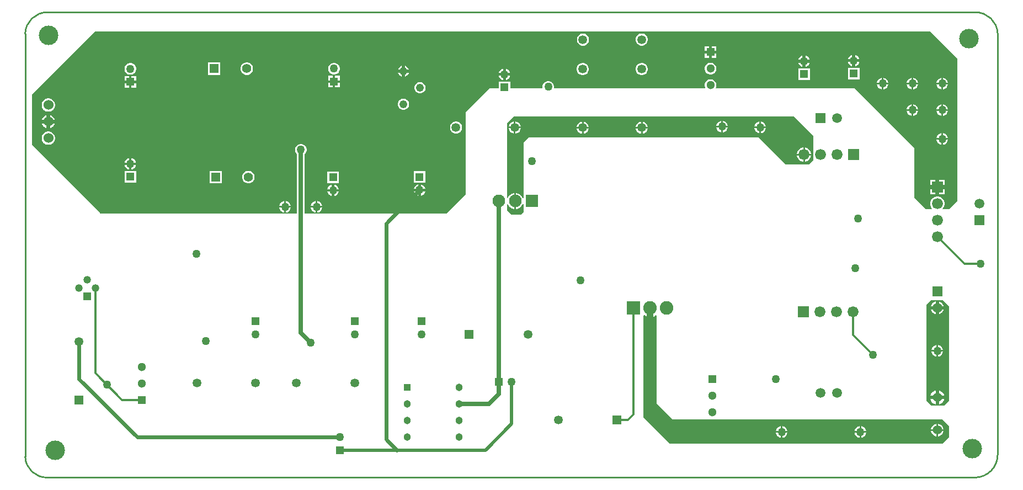
<source format=gbr>
%TF.GenerationSoftware,Altium Limited,Altium Designer,21.2.2 (38)*%
G04 Layer_Physical_Order=1*
G04 Layer_Color=255*
%FSLAX26Y26*%
%MOIN*%
%TF.SameCoordinates,77551777-079B-400F-9D4E-00EB0A9A3649*%
%TF.FilePolarity,Positive*%
%TF.FileFunction,Copper,L1,Top,Signal*%
%TF.Part,Single*%
G01*
G75*
%TA.AperFunction,NonConductor*%
%ADD10C,0.010000*%
%TA.AperFunction,Conductor*%
%ADD11C,0.012000*%
%ADD12C,0.025000*%
%ADD13C,0.020000*%
%ADD14C,0.022000*%
%TA.AperFunction,ComponentPad*%
%ADD15R,0.050197X0.050197*%
%ADD16C,0.050197*%
%ADD17C,0.076181*%
%ADD18R,0.076181X0.076181*%
%ADD19R,0.051181X0.051181*%
%ADD20C,0.051181*%
%ADD21C,0.059055*%
%ADD22R,0.059055X0.059055*%
%ADD23R,0.055118X0.055118*%
%ADD24C,0.055118*%
%ADD25C,0.060000*%
%ADD26C,0.046535*%
%ADD27R,0.046535X0.046535*%
%ADD28C,0.053150*%
%ADD29R,0.053150X0.053150*%
%ADD30R,0.053150X0.053150*%
%ADD31R,0.050197X0.050197*%
%ADD32C,0.044606*%
%ADD33R,0.044606X0.044606*%
%ADD34C,0.066142*%
%ADD35R,0.066142X0.066142*%
%ADD36R,0.066142X0.066142*%
%ADD37R,0.059055X0.059055*%
%ADD38C,0.082087*%
%ADD39R,0.082087X0.082087*%
%ADD40C,0.048425*%
%TA.AperFunction,ViaPad*%
%ADD41C,0.050000*%
%ADD42C,0.118110*%
G36*
X6800000Y4060000D02*
Y3910000D01*
X6775000Y3885000D01*
X6635000D01*
X6470000Y4050000D01*
X5105000D01*
X5080000Y4050000D01*
X5050000Y4020000D01*
X5050000Y3683524D01*
X5045000Y3682865D01*
X5044813Y3683562D01*
X5038482Y3694528D01*
X5029528Y3703482D01*
X5018562Y3709813D01*
X5006331Y3713090D01*
X5005000D01*
Y3665000D01*
Y3616910D01*
X5006331D01*
X5018562Y3620187D01*
X5029528Y3626518D01*
X5038482Y3635472D01*
X5044813Y3646438D01*
X5045000Y3647135D01*
X5050000Y3646476D01*
Y3600000D01*
X5033051Y3583051D01*
X4976949D01*
X4950000Y3610000D01*
Y3646477D01*
X4955000Y3647135D01*
X4955187Y3646438D01*
X4961518Y3635472D01*
X4970472Y3626518D01*
X4981438Y3620187D01*
X4993669Y3616910D01*
X4995000D01*
Y3665000D01*
Y3713090D01*
X4993669D01*
X4981438Y3709813D01*
X4970472Y3703482D01*
X4961518Y3694528D01*
X4955187Y3683562D01*
X4955000Y3682865D01*
X4950000Y3683523D01*
Y4135000D01*
X4990000Y4175000D01*
X6685000D01*
X6800000Y4060000D01*
D02*
G37*
G36*
X7670000Y4525000D02*
Y3665000D01*
X7620000Y3615000D01*
X7582983D01*
X7580911Y3620000D01*
X7584465Y3623554D01*
X7590136Y3633375D01*
X7593071Y3644330D01*
Y3655670D01*
X7590136Y3666625D01*
X7584465Y3676446D01*
X7576446Y3684465D01*
X7566625Y3690136D01*
X7555670Y3693071D01*
X7544330D01*
X7533375Y3690136D01*
X7523554Y3684465D01*
X7515535Y3676446D01*
X7509864Y3666625D01*
X7506929Y3655670D01*
Y3644330D01*
X7509864Y3633375D01*
X7515535Y3623554D01*
X7519089Y3620000D01*
X7517017Y3615000D01*
X7480000D01*
X7410000Y3685000D01*
Y3985000D01*
X7050000Y4345000D01*
X6214549D01*
X6212049Y4349330D01*
X6213165Y4351263D01*
X6215591Y4360314D01*
Y4369686D01*
X6213165Y4378737D01*
X6208480Y4386853D01*
X6201853Y4393480D01*
X6193737Y4398165D01*
X6184686Y4400591D01*
X6175314D01*
X6166263Y4398165D01*
X6158147Y4393480D01*
X6151520Y4386853D01*
X6146835Y4378737D01*
X6144409Y4369686D01*
Y4360314D01*
X6146835Y4351263D01*
X6147951Y4349330D01*
X6145451Y4345000D01*
X5237662Y4345000D01*
X5234618Y4348967D01*
X5235000Y4350392D01*
Y4359608D01*
X5232615Y4368510D01*
X5228007Y4376490D01*
X5221490Y4383007D01*
X5213510Y4387615D01*
X5204608Y4390000D01*
X5195392D01*
X5186490Y4387615D01*
X5178510Y4383007D01*
X5171993Y4376490D01*
X5167385Y4368510D01*
X5165000Y4359608D01*
Y4350392D01*
X5165382Y4348967D01*
X5162338Y4345000D01*
X4970648D01*
Y4386550D01*
X4900451D01*
Y4345000D01*
X4845000D01*
X4700000Y4200000D01*
Y3705000D01*
X4585000Y3590000D01*
X3727941D01*
Y3948443D01*
X3733007Y3953510D01*
X3737615Y3961490D01*
X3740000Y3970392D01*
Y3979608D01*
X3737615Y3988510D01*
X3733007Y3996490D01*
X3726490Y4003007D01*
X3718510Y4007615D01*
X3709608Y4010000D01*
X3700392D01*
X3691490Y4007615D01*
X3683510Y4003007D01*
X3676993Y3996490D01*
X3672385Y3988510D01*
X3670000Y3979608D01*
Y3970392D01*
X3672385Y3961490D01*
X3676993Y3953510D01*
X3682059Y3948443D01*
Y3590000D01*
X2495000D01*
X2080000Y4005000D01*
Y4310000D01*
X2460000Y4690000D01*
X7505000D01*
X7670000Y4525000D01*
D02*
G37*
G36*
X5835000Y2967339D02*
X5836632Y2967776D01*
X5849411Y2975154D01*
X5850381Y2976123D01*
X5855000Y2974210D01*
X5854999Y2440000D01*
X5950001Y2345000D01*
X7580000Y2345000D01*
X7620000Y2305000D01*
X7620000Y2240000D01*
X7580000Y2200000D01*
X5935000Y2200000D01*
X5775000Y2360000D01*
X5775000Y2974210D01*
X5779619Y2976123D01*
X5780589Y2975154D01*
X5793368Y2967776D01*
X5795000Y2967339D01*
Y3020000D01*
X5835000D01*
Y2967339D01*
D02*
G37*
G36*
X7620000Y3030000D02*
Y2460000D01*
X7590000Y2430000D01*
X7515000D01*
X7485000Y2460000D01*
Y3040000D01*
X7510000Y3065000D01*
X7585000D01*
X7620000Y3030000D01*
D02*
G37*
%LPC*%
G36*
X6255000Y4149895D02*
Y4120000D01*
X6284895D01*
X6282615Y4128510D01*
X6278007Y4136490D01*
X6271490Y4143007D01*
X6263510Y4147615D01*
X6255000Y4149895D01*
D02*
G37*
G36*
X6245000D02*
X6236490Y4147615D01*
X6228510Y4143007D01*
X6221993Y4136490D01*
X6217385Y4128510D01*
X6215105Y4120000D01*
X6245000D01*
Y4149895D01*
D02*
G37*
G36*
X5002166Y4146525D02*
Y4115000D01*
X5033691D01*
X5031248Y4124117D01*
X5026432Y4132458D01*
X5019623Y4139267D01*
X5011283Y4144082D01*
X5002166Y4146525D01*
D02*
G37*
G36*
X6485000Y4144895D02*
Y4115000D01*
X6514895D01*
X6512615Y4123510D01*
X6508007Y4131490D01*
X6501490Y4138007D01*
X6493510Y4142615D01*
X6485000Y4144895D01*
D02*
G37*
G36*
X6475000D02*
X6466490Y4142615D01*
X6458510Y4138007D01*
X6451993Y4131490D01*
X6447385Y4123510D01*
X6445105Y4115000D01*
X6475000D01*
Y4144895D01*
D02*
G37*
G36*
X4992166Y4146525D02*
X4983048Y4144082D01*
X4974708Y4139267D01*
X4967898Y4132458D01*
X4963083Y4124117D01*
X4960640Y4115000D01*
X4992166D01*
Y4146525D01*
D02*
G37*
G36*
X5770000Y4144360D02*
Y4112834D01*
X5801525D01*
X5799082Y4121952D01*
X5794267Y4130292D01*
X5787458Y4137102D01*
X5779117Y4141917D01*
X5770000Y4144360D01*
D02*
G37*
G36*
X5413108D02*
Y4112834D01*
X5444633D01*
X5442190Y4121952D01*
X5437375Y4130292D01*
X5430565Y4137102D01*
X5422225Y4141917D01*
X5413108Y4144360D01*
D02*
G37*
G36*
X5760000Y4144360D02*
X5750883Y4141917D01*
X5742542Y4137102D01*
X5735733Y4130292D01*
X5730918Y4121952D01*
X5728475Y4112834D01*
X5760000D01*
Y4144360D01*
D02*
G37*
G36*
X5403108D02*
X5393991Y4141917D01*
X5385650Y4137102D01*
X5378841Y4130292D01*
X5374026Y4121952D01*
X5371583Y4112834D01*
X5403108D01*
Y4144360D01*
D02*
G37*
G36*
X6284895Y4110000D02*
X6255000D01*
Y4080105D01*
X6263510Y4082385D01*
X6271490Y4086993D01*
X6278007Y4093510D01*
X6282615Y4101490D01*
X6284895Y4110000D01*
D02*
G37*
G36*
X6245000D02*
X6215105D01*
X6217385Y4101490D01*
X6221993Y4093510D01*
X6228510Y4086993D01*
X6236490Y4082385D01*
X6245000Y4080105D01*
Y4110000D01*
D02*
G37*
G36*
X6514895Y4105000D02*
X6485000D01*
Y4075105D01*
X6493510Y4077385D01*
X6501490Y4081993D01*
X6508007Y4088510D01*
X6512615Y4096490D01*
X6514895Y4105000D01*
D02*
G37*
G36*
X6475000D02*
X6445105D01*
X6447385Y4096490D01*
X6451993Y4088510D01*
X6458510Y4081993D01*
X6466490Y4077385D01*
X6475000Y4075105D01*
Y4105000D01*
D02*
G37*
G36*
X5033691D02*
X5002166D01*
Y4073475D01*
X5011283Y4075918D01*
X5019623Y4080733D01*
X5026432Y4087543D01*
X5031248Y4095883D01*
X5033691Y4105000D01*
D02*
G37*
G36*
X4992166D02*
X4960640D01*
X4963083Y4095883D01*
X4967898Y4087543D01*
X4974708Y4080733D01*
X4983048Y4075918D01*
X4992166Y4073475D01*
Y4105000D01*
D02*
G37*
G36*
X5801525Y4102834D02*
X5770000D01*
Y4071309D01*
X5779117Y4073752D01*
X5787458Y4078568D01*
X5794267Y4085377D01*
X5799082Y4093717D01*
X5801525Y4102834D01*
D02*
G37*
G36*
X5444633D02*
X5413108D01*
Y4071309D01*
X5422225Y4073752D01*
X5430565Y4078568D01*
X5437375Y4085377D01*
X5442190Y4093717D01*
X5444633Y4102834D01*
D02*
G37*
G36*
X5760000D02*
X5728475D01*
X5730918Y4093717D01*
X5735733Y4085377D01*
X5742542Y4078568D01*
X5750883Y4073752D01*
X5760000Y4071309D01*
Y4102834D01*
D02*
G37*
G36*
X5403108D02*
X5371583D01*
X5374026Y4093717D01*
X5378841Y4085377D01*
X5385650Y4078568D01*
X5393991Y4073752D01*
X5403108Y4071309D01*
Y4102834D01*
D02*
G37*
G36*
X6750670Y3988071D02*
X6750000D01*
Y3950000D01*
X6788071D01*
Y3950670D01*
X6785136Y3961625D01*
X6779465Y3971446D01*
X6771446Y3979465D01*
X6761625Y3985136D01*
X6750670Y3988071D01*
D02*
G37*
G36*
X6740000D02*
X6739330D01*
X6728375Y3985136D01*
X6718554Y3979465D01*
X6710535Y3971446D01*
X6704864Y3961625D01*
X6701929Y3950670D01*
Y3950000D01*
X6740000D01*
Y3988071D01*
D02*
G37*
G36*
X6788071Y3940000D02*
X6750000D01*
Y3901929D01*
X6750670D01*
X6761625Y3904864D01*
X6771446Y3910535D01*
X6779465Y3918554D01*
X6785136Y3928375D01*
X6788071Y3939330D01*
Y3940000D01*
D02*
G37*
G36*
X6740000D02*
X6701929D01*
Y3939330D01*
X6704864Y3928375D01*
X6710535Y3918554D01*
X6718554Y3910535D01*
X6728375Y3904864D01*
X6739330Y3901929D01*
X6740000D01*
Y3940000D01*
D02*
G37*
G36*
X5768601Y4677153D02*
X5758971D01*
X5749669Y4674661D01*
X5741329Y4669846D01*
X5734519Y4663036D01*
X5729704Y4654696D01*
X5727211Y4645394D01*
Y4635763D01*
X5729704Y4626461D01*
X5734519Y4618121D01*
X5741329Y4611311D01*
X5749669Y4606496D01*
X5758971Y4604004D01*
X5768601D01*
X5777904Y4606496D01*
X5786244Y4611311D01*
X5793053Y4618121D01*
X5797868Y4626461D01*
X5800361Y4635763D01*
Y4645394D01*
X5797868Y4654696D01*
X5793053Y4663036D01*
X5786244Y4669846D01*
X5777904Y4674661D01*
X5768601Y4677153D01*
D02*
G37*
G36*
X5414271D02*
X5404640D01*
X5395338Y4674661D01*
X5386998Y4669846D01*
X5380188Y4663036D01*
X5375373Y4654696D01*
X5372881Y4645394D01*
Y4635763D01*
X5375373Y4626461D01*
X5380188Y4618121D01*
X5386998Y4611311D01*
X5395338Y4606496D01*
X5404640Y4604004D01*
X5414271D01*
X5423573Y4606496D01*
X5431913Y4611311D01*
X5438722Y4618121D01*
X5443538Y4626461D01*
X5446030Y4635763D01*
Y4645394D01*
X5443538Y4654696D01*
X5438722Y4663036D01*
X5431913Y4669846D01*
X5423573Y4674661D01*
X5414271Y4677153D01*
D02*
G37*
G36*
X6215591Y4600591D02*
X6189000D01*
Y4574000D01*
X6215591D01*
Y4600591D01*
D02*
G37*
G36*
X6171000D02*
X6144409D01*
Y4574000D01*
X6171000D01*
Y4600591D01*
D02*
G37*
G36*
X6215591Y4556000D02*
X6189000D01*
Y4529409D01*
X6215591D01*
Y4556000D01*
D02*
G37*
G36*
X6171000D02*
X6144409D01*
Y4529409D01*
X6171000D01*
Y4556000D01*
D02*
G37*
G36*
X7054000Y4547665D02*
Y4522740D01*
X7078925D01*
X7077707Y4527288D01*
X7073086Y4535291D01*
X7066551Y4541826D01*
X7058547Y4546447D01*
X7054000Y4547665D01*
D02*
G37*
G36*
X7036000Y4547665D02*
X7031453Y4546447D01*
X7023449Y4541826D01*
X7016914Y4535291D01*
X7012293Y4527288D01*
X7011075Y4522740D01*
X7036000D01*
Y4547665D01*
D02*
G37*
G36*
X6754000Y4543925D02*
Y4519000D01*
X6778925D01*
X6777707Y4523547D01*
X6773086Y4531551D01*
X6766551Y4538086D01*
X6758547Y4542707D01*
X6754000Y4543925D01*
D02*
G37*
G36*
X6736000D02*
X6731453Y4542707D01*
X6723449Y4538086D01*
X6716914Y4531551D01*
X6712293Y4523547D01*
X6711075Y4519000D01*
X6736000D01*
Y4543925D01*
D02*
G37*
G36*
X7036000Y4504740D02*
X7011075D01*
X7012293Y4500193D01*
X7016914Y4492189D01*
X7023449Y4485654D01*
X7031453Y4481034D01*
X7036000Y4479815D01*
Y4504740D01*
D02*
G37*
G36*
X7078925D02*
X7054000D01*
Y4479815D01*
X7058547Y4481034D01*
X7066551Y4485654D01*
X7073086Y4492189D01*
X7077707Y4500193D01*
X7078925Y4504740D01*
D02*
G37*
G36*
X6778925Y4501000D02*
X6754000D01*
Y4476075D01*
X6758547Y4477293D01*
X6766551Y4481914D01*
X6773086Y4488449D01*
X6777707Y4496453D01*
X6778925Y4501000D01*
D02*
G37*
G36*
X6736000D02*
X6711075D01*
X6712293Y4496453D01*
X6716914Y4488449D01*
X6723449Y4481914D01*
X6731453Y4477293D01*
X6736000Y4476075D01*
Y4501000D01*
D02*
G37*
G36*
X4334000Y4483008D02*
Y4459000D01*
X4358008D01*
X4356881Y4463206D01*
X4352377Y4471007D01*
X4346007Y4477377D01*
X4338206Y4481881D01*
X4334000Y4483008D01*
D02*
G37*
G36*
X4316000D02*
X4311794Y4481881D01*
X4303993Y4477377D01*
X4297623Y4471007D01*
X4293119Y4463206D01*
X4291992Y4459000D01*
X4316000D01*
Y4483008D01*
D02*
G37*
G36*
X4944549Y4464117D02*
Y4439191D01*
X4969474D01*
X4968256Y4443739D01*
X4963635Y4451742D01*
X4957100Y4458277D01*
X4949097Y4462898D01*
X4944549Y4464117D01*
D02*
G37*
G36*
X4926549Y4464116D02*
X4922002Y4462898D01*
X4913998Y4458277D01*
X4907463Y4451742D01*
X4902843Y4443739D01*
X4901624Y4439191D01*
X4926549D01*
Y4464116D01*
D02*
G37*
G36*
X3909621Y4500098D02*
X3900379D01*
X3891452Y4497707D01*
X3883449Y4493086D01*
X3876914Y4486551D01*
X3872294Y4478547D01*
X3869902Y4469621D01*
Y4460379D01*
X3872294Y4451453D01*
X3876914Y4443449D01*
X3883449Y4436914D01*
X3891452Y4432293D01*
X3900379Y4429902D01*
X3909621D01*
X3918548Y4432293D01*
X3926551Y4436914D01*
X3933086Y4443449D01*
X3937706Y4451453D01*
X3940098Y4460379D01*
Y4469621D01*
X3937706Y4478547D01*
X3933086Y4486551D01*
X3926551Y4493086D01*
X3918548Y4497707D01*
X3909621Y4500098D01*
D02*
G37*
G36*
X6184686Y4500591D02*
X6175314D01*
X6166263Y4498165D01*
X6158147Y4493480D01*
X6151520Y4486853D01*
X6146835Y4478737D01*
X6144409Y4469686D01*
Y4460314D01*
X6146835Y4451263D01*
X6151520Y4443147D01*
X6158147Y4436520D01*
X6166263Y4431835D01*
X6175314Y4429409D01*
X6184686D01*
X6193737Y4431835D01*
X6201853Y4436520D01*
X6208480Y4443147D01*
X6213165Y4451263D01*
X6215591Y4460314D01*
Y4469686D01*
X6213165Y4478737D01*
X6208480Y4486853D01*
X6201853Y4493480D01*
X6193737Y4498165D01*
X6184686Y4500591D01*
D02*
G37*
G36*
X2679621Y4498839D02*
X2670379D01*
X2661452Y4496447D01*
X2653449Y4491826D01*
X2646914Y4485291D01*
X2642294Y4477288D01*
X2639902Y4468361D01*
Y4459119D01*
X2642294Y4450193D01*
X2646914Y4442189D01*
X2653449Y4435654D01*
X2661452Y4431034D01*
X2670379Y4428642D01*
X2679621D01*
X2688548Y4431034D01*
X2696551Y4435654D01*
X2703086Y4442189D01*
X2707706Y4450193D01*
X2710098Y4459119D01*
Y4468361D01*
X2707706Y4477288D01*
X2703086Y4485291D01*
X2696551Y4491826D01*
X2688548Y4496447D01*
X2679621Y4498839D01*
D02*
G37*
G36*
X3383370Y4502559D02*
X3373481D01*
X3363928Y4499999D01*
X3355363Y4495055D01*
X3348370Y4488062D01*
X3343426Y4479497D01*
X3340866Y4469945D01*
Y4460055D01*
X3343426Y4450503D01*
X3348370Y4441938D01*
X3355363Y4434945D01*
X3363928Y4430001D01*
X3373481Y4427441D01*
X3383370D01*
X3392922Y4430001D01*
X3401487Y4434945D01*
X3408480Y4441938D01*
X3413425Y4450503D01*
X3415984Y4460055D01*
Y4469945D01*
X3413425Y4479497D01*
X3408480Y4488062D01*
X3401487Y4495055D01*
X3392922Y4499999D01*
X3383370Y4502559D01*
D02*
G37*
G36*
X3219134D02*
X3144016D01*
Y4427441D01*
X3219134D01*
Y4502559D01*
D02*
G37*
G36*
X5769815Y4498740D02*
X5760185D01*
X5750883Y4496248D01*
X5742542Y4491432D01*
X5735733Y4484623D01*
X5730918Y4476283D01*
X5728425Y4466981D01*
Y4457350D01*
X5730918Y4448048D01*
X5735733Y4439708D01*
X5742542Y4432898D01*
X5750883Y4428083D01*
X5760185Y4425591D01*
X5769815D01*
X5779117Y4428083D01*
X5787458Y4432898D01*
X5794267Y4439708D01*
X5799082Y4448048D01*
X5801575Y4457350D01*
Y4466981D01*
X5799082Y4476283D01*
X5794267Y4484623D01*
X5787458Y4491432D01*
X5779117Y4496248D01*
X5769815Y4498740D01*
D02*
G37*
G36*
X5412923D02*
X5403293D01*
X5393991Y4496248D01*
X5385650Y4491432D01*
X5378841Y4484623D01*
X5374026Y4476283D01*
X5371533Y4466981D01*
Y4457350D01*
X5374026Y4448048D01*
X5378841Y4439708D01*
X5385650Y4432898D01*
X5393991Y4428083D01*
X5403293Y4425591D01*
X5412923D01*
X5422225Y4428083D01*
X5430565Y4432898D01*
X5437375Y4439708D01*
X5442190Y4448048D01*
X5444683Y4457350D01*
Y4466981D01*
X5442190Y4476283D01*
X5437375Y4484623D01*
X5430565Y4491432D01*
X5422225Y4496248D01*
X5412923Y4498740D01*
D02*
G37*
G36*
X4358008Y4441000D02*
X4334000D01*
Y4416992D01*
X4338206Y4418119D01*
X4346007Y4422623D01*
X4352377Y4428993D01*
X4356881Y4436794D01*
X4358008Y4441000D01*
D02*
G37*
G36*
X4316000D02*
X4291992D01*
X4293119Y4436794D01*
X4297623Y4428993D01*
X4303993Y4422623D01*
X4311794Y4418119D01*
X4316000Y4416992D01*
Y4441000D01*
D02*
G37*
G36*
X7080098Y4470098D02*
X7009902D01*
Y4399902D01*
X7080098D01*
Y4470098D01*
D02*
G37*
G36*
X4926549Y4421191D02*
X4901624D01*
X4902843Y4416644D01*
X4907463Y4408641D01*
X4913998Y4402106D01*
X4922002Y4397485D01*
X4926549Y4396266D01*
Y4421191D01*
D02*
G37*
G36*
X4969474D02*
X4944549D01*
Y4396266D01*
X4949097Y4397485D01*
X4957100Y4402106D01*
X4963635Y4408641D01*
X4968256Y4416644D01*
X4969474Y4421191D01*
D02*
G37*
G36*
X6780098Y4466358D02*
X6709902D01*
Y4396161D01*
X6780098D01*
Y4466358D01*
D02*
G37*
G36*
X3940098Y4421358D02*
X3912500D01*
Y4393760D01*
X3940098D01*
Y4421358D01*
D02*
G37*
G36*
X3897500D02*
X3869902D01*
Y4393760D01*
X3897500D01*
Y4421358D01*
D02*
G37*
G36*
X2710098Y4420098D02*
X2682500D01*
Y4392500D01*
X2710098D01*
Y4420098D01*
D02*
G37*
G36*
X2667500D02*
X2639902D01*
Y4392500D01*
X2667500D01*
Y4420098D01*
D02*
G37*
G36*
X7585000Y4409895D02*
Y4380000D01*
X7614895D01*
X7612615Y4388510D01*
X7608007Y4396490D01*
X7601490Y4403007D01*
X7593510Y4407615D01*
X7585000Y4409895D01*
D02*
G37*
G36*
X7575000D02*
X7566490Y4407615D01*
X7558510Y4403007D01*
X7551993Y4396490D01*
X7547385Y4388510D01*
X7545105Y4380000D01*
X7575000D01*
Y4409895D01*
D02*
G37*
G36*
X7405000D02*
Y4380000D01*
X7434895D01*
X7432615Y4388510D01*
X7428007Y4396490D01*
X7421490Y4403007D01*
X7413510Y4407615D01*
X7405000Y4409895D01*
D02*
G37*
G36*
X7395000D02*
X7386490Y4407615D01*
X7378510Y4403007D01*
X7371993Y4396490D01*
X7367385Y4388510D01*
X7365105Y4380000D01*
X7395000D01*
Y4409895D01*
D02*
G37*
G36*
X7225000D02*
Y4380000D01*
X7254895D01*
X7252615Y4388510D01*
X7248007Y4396490D01*
X7241490Y4403007D01*
X7233510Y4407615D01*
X7225000Y4409895D01*
D02*
G37*
G36*
X7215000D02*
X7206490Y4407615D01*
X7198510Y4403007D01*
X7191993Y4396490D01*
X7187385Y4388510D01*
X7185105Y4380000D01*
X7215000D01*
Y4409895D01*
D02*
G37*
G36*
X3940098Y4378760D02*
X3912500D01*
Y4351161D01*
X3940098D01*
Y4378760D01*
D02*
G37*
G36*
X3897500D02*
X3869902D01*
Y4351161D01*
X3897500D01*
Y4378760D01*
D02*
G37*
G36*
X2710098Y4377500D02*
X2682500D01*
Y4349902D01*
X2710098D01*
Y4377500D01*
D02*
G37*
G36*
X2667500D02*
X2639902D01*
Y4349902D01*
X2667500D01*
Y4377500D01*
D02*
G37*
G36*
X7614895Y4370000D02*
X7585000D01*
Y4340105D01*
X7593510Y4342385D01*
X7601490Y4346993D01*
X7608007Y4353510D01*
X7612615Y4361490D01*
X7614895Y4370000D01*
D02*
G37*
G36*
X7575000D02*
X7545105D01*
X7547385Y4361490D01*
X7551993Y4353510D01*
X7558510Y4346993D01*
X7566490Y4342385D01*
X7575000Y4340105D01*
Y4370000D01*
D02*
G37*
G36*
X7434895D02*
X7405000D01*
Y4340105D01*
X7413510Y4342385D01*
X7421490Y4346993D01*
X7428007Y4353510D01*
X7432615Y4361490D01*
X7434895Y4370000D01*
D02*
G37*
G36*
X7395000D02*
X7365105D01*
X7367385Y4361490D01*
X7371993Y4353510D01*
X7378510Y4346993D01*
X7386490Y4342385D01*
X7395000Y4340105D01*
Y4370000D01*
D02*
G37*
G36*
X7254895D02*
X7225000D01*
Y4340105D01*
X7233510Y4342385D01*
X7241490Y4346993D01*
X7248007Y4353510D01*
X7252615Y4361490D01*
X7254895Y4370000D01*
D02*
G37*
G36*
X7215000D02*
X7185105D01*
X7187385Y4361490D01*
X7191993Y4353510D01*
X7198510Y4346993D01*
X7206490Y4342385D01*
X7215000Y4340105D01*
Y4370000D01*
D02*
G37*
G36*
X4429307Y4384331D02*
X4420299D01*
X4411597Y4381999D01*
X4403796Y4377495D01*
X4397426Y4371125D01*
X4392922Y4363324D01*
X4390591Y4354622D01*
Y4345614D01*
X4392922Y4336913D01*
X4397426Y4329111D01*
X4403796Y4322741D01*
X4411597Y4318237D01*
X4420299Y4315906D01*
X4429307D01*
X4438009Y4318237D01*
X4445810Y4322741D01*
X4452180Y4329111D01*
X4456684Y4336913D01*
X4459016Y4345614D01*
Y4354622D01*
X4456684Y4363324D01*
X4452180Y4371125D01*
X4445810Y4377495D01*
X4438009Y4381999D01*
X4429307Y4384331D01*
D02*
G37*
G36*
X7585000Y4249895D02*
Y4220000D01*
X7614895D01*
X7612615Y4228510D01*
X7608007Y4236490D01*
X7601490Y4243007D01*
X7593510Y4247615D01*
X7585000Y4249895D01*
D02*
G37*
G36*
X7575000D02*
X7566490Y4247615D01*
X7558510Y4243007D01*
X7551993Y4236490D01*
X7547385Y4228510D01*
X7545105Y4220000D01*
X7575000D01*
Y4249895D01*
D02*
G37*
G36*
X7405000D02*
Y4220000D01*
X7434895D01*
X7432615Y4228510D01*
X7428007Y4236490D01*
X7421490Y4243007D01*
X7413510Y4247615D01*
X7405000Y4249895D01*
D02*
G37*
G36*
X7395000D02*
X7386490Y4247615D01*
X7378510Y4243007D01*
X7371993Y4236490D01*
X7367385Y4228510D01*
X7365105Y4220000D01*
X7395000D01*
Y4249895D01*
D02*
G37*
G36*
X4329504Y4284409D02*
X4320496D01*
X4311794Y4282078D01*
X4303993Y4277574D01*
X4297623Y4271204D01*
X4293119Y4263403D01*
X4290787Y4254701D01*
Y4245693D01*
X4293119Y4236991D01*
X4297623Y4229190D01*
X4303993Y4222820D01*
X4311794Y4218316D01*
X4320496Y4215984D01*
X4329504D01*
X4338206Y4218316D01*
X4346007Y4222820D01*
X4352377Y4229190D01*
X4356881Y4236991D01*
X4359213Y4245693D01*
Y4254701D01*
X4356881Y4263403D01*
X4352377Y4271204D01*
X4346007Y4277574D01*
X4338206Y4282078D01*
X4329504Y4284409D01*
D02*
G37*
G36*
X2185266Y4285000D02*
X2174734D01*
X2164561Y4282274D01*
X2155439Y4277008D01*
X2147992Y4269561D01*
X2142726Y4260439D01*
X2140000Y4250266D01*
Y4239734D01*
X2142726Y4229561D01*
X2147992Y4220439D01*
X2155439Y4212992D01*
X2164561Y4207726D01*
X2174734Y4205000D01*
X2185266D01*
X2195439Y4207726D01*
X2204561Y4212992D01*
X2212008Y4220439D01*
X2217274Y4229561D01*
X2220000Y4239734D01*
Y4250266D01*
X2217274Y4260439D01*
X2212008Y4269561D01*
X2204561Y4277008D01*
X2195439Y4282274D01*
X2185266Y4285000D01*
D02*
G37*
G36*
X7614895Y4210000D02*
X7585000D01*
Y4180105D01*
X7593510Y4182385D01*
X7601490Y4186993D01*
X7608007Y4193510D01*
X7612615Y4201490D01*
X7614895Y4210000D01*
D02*
G37*
G36*
X7575000D02*
X7545105D01*
X7547385Y4201490D01*
X7551993Y4193510D01*
X7558510Y4186993D01*
X7566490Y4182385D01*
X7575000Y4180105D01*
Y4210000D01*
D02*
G37*
G36*
X7434895D02*
X7405000D01*
Y4180105D01*
X7413510Y4182385D01*
X7421490Y4186993D01*
X7428007Y4193510D01*
X7432615Y4201490D01*
X7434895Y4210000D01*
D02*
G37*
G36*
X7395000D02*
X7365105D01*
X7367385Y4201490D01*
X7371993Y4193510D01*
X7378510Y4186993D01*
X7386490Y4182385D01*
X7395000Y4180105D01*
Y4210000D01*
D02*
G37*
G36*
X2192500Y4183062D02*
Y4157500D01*
X2218062D01*
X2217274Y4160439D01*
X2212008Y4169561D01*
X2204561Y4177008D01*
X2195439Y4182274D01*
X2192500Y4183062D01*
D02*
G37*
G36*
X2167500D02*
X2164561Y4182274D01*
X2155439Y4177008D01*
X2147992Y4169561D01*
X2142726Y4160439D01*
X2141938Y4157500D01*
X2167500D01*
Y4183062D01*
D02*
G37*
G36*
X2218062Y4132500D02*
X2192500D01*
Y4106938D01*
X2195439Y4107726D01*
X2204561Y4112992D01*
X2212008Y4120439D01*
X2217274Y4129561D01*
X2218062Y4132500D01*
D02*
G37*
G36*
X2167500D02*
X2141938D01*
X2142726Y4129561D01*
X2147992Y4120439D01*
X2155439Y4112992D01*
X2164561Y4107726D01*
X2167500Y4106938D01*
Y4132500D01*
D02*
G37*
G36*
X4647650Y4146575D02*
X4638019D01*
X4628717Y4144082D01*
X4620377Y4139267D01*
X4613568Y4132458D01*
X4608752Y4124117D01*
X4606260Y4114815D01*
Y4105185D01*
X4608752Y4095883D01*
X4613568Y4087543D01*
X4620377Y4080733D01*
X4628717Y4075918D01*
X4638019Y4073425D01*
X4647650D01*
X4656952Y4075918D01*
X4665292Y4080733D01*
X4672102Y4087543D01*
X4676917Y4095883D01*
X4679409Y4105185D01*
Y4114815D01*
X4676917Y4124117D01*
X4672102Y4132458D01*
X4665292Y4139267D01*
X4656952Y4144082D01*
X4647650Y4146575D01*
D02*
G37*
G36*
X7585000Y4074895D02*
Y4045000D01*
X7614895D01*
X7612615Y4053510D01*
X7608007Y4061490D01*
X7601490Y4068007D01*
X7593510Y4072615D01*
X7585000Y4074895D01*
D02*
G37*
G36*
X7575000D02*
X7566490Y4072615D01*
X7558510Y4068007D01*
X7551993Y4061490D01*
X7547385Y4053510D01*
X7545105Y4045000D01*
X7575000D01*
Y4074895D01*
D02*
G37*
G36*
X7614895Y4035000D02*
X7585000D01*
Y4005105D01*
X7593510Y4007385D01*
X7601490Y4011993D01*
X7608007Y4018510D01*
X7612615Y4026490D01*
X7614895Y4035000D01*
D02*
G37*
G36*
X7575000D02*
X7545105D01*
X7547385Y4026490D01*
X7551993Y4018510D01*
X7558510Y4011993D01*
X7566490Y4007385D01*
X7575000Y4005105D01*
Y4035000D01*
D02*
G37*
G36*
X2185266Y4085000D02*
X2174734D01*
X2164561Y4082274D01*
X2155439Y4077008D01*
X2147992Y4069561D01*
X2142726Y4060439D01*
X2140000Y4050266D01*
Y4039734D01*
X2142726Y4029561D01*
X2147992Y4020439D01*
X2155439Y4012992D01*
X2164561Y4007726D01*
X2174734Y4005000D01*
X2185266D01*
X2195439Y4007726D01*
X2204561Y4012992D01*
X2212008Y4020439D01*
X2217274Y4029561D01*
X2220000Y4039734D01*
Y4050266D01*
X2217274Y4060439D01*
X2212008Y4069561D01*
X2204561Y4077008D01*
X2195439Y4082274D01*
X2185266Y4085000D01*
D02*
G37*
G36*
X2682500Y3924327D02*
Y3897500D01*
X2709327D01*
X2707706Y3903548D01*
X2703086Y3911551D01*
X2696551Y3918086D01*
X2688548Y3922706D01*
X2682500Y3924327D01*
D02*
G37*
G36*
X2667500D02*
X2661452Y3922706D01*
X2653449Y3918086D01*
X2646914Y3911551D01*
X2642294Y3903548D01*
X2640673Y3897500D01*
X2667500D01*
Y3924327D01*
D02*
G37*
G36*
X2709327Y3882500D02*
X2682500D01*
Y3855673D01*
X2688548Y3857294D01*
X2696551Y3861914D01*
X2703086Y3868449D01*
X2707706Y3876452D01*
X2709327Y3882500D01*
D02*
G37*
G36*
X2667500D02*
X2640673D01*
X2642294Y3876452D01*
X2646914Y3868449D01*
X2653449Y3861914D01*
X2661452Y3857294D01*
X2667500Y3855673D01*
Y3882500D01*
D02*
G37*
G36*
X2710098Y3846358D02*
X2639902D01*
Y3776161D01*
X2710098D01*
Y3846358D01*
D02*
G37*
G36*
X4457399Y3845026D02*
X4387202D01*
Y3774829D01*
X4457399D01*
Y3845026D01*
D02*
G37*
G36*
X3935098Y3843839D02*
X3864902D01*
Y3773642D01*
X3935098D01*
Y3843839D01*
D02*
G37*
G36*
X3393370Y3847559D02*
X3383481D01*
X3373928Y3844999D01*
X3365363Y3840055D01*
X3358370Y3833062D01*
X3353426Y3824497D01*
X3350866Y3814945D01*
Y3805055D01*
X3353426Y3795503D01*
X3358370Y3786938D01*
X3365363Y3779945D01*
X3373928Y3775001D01*
X3383481Y3772441D01*
X3393370D01*
X3402922Y3775001D01*
X3411487Y3779945D01*
X3418480Y3786938D01*
X3423425Y3795503D01*
X3425984Y3805055D01*
Y3814945D01*
X3423425Y3824497D01*
X3418480Y3833062D01*
X3411487Y3840055D01*
X3402922Y3844999D01*
X3393370Y3847559D01*
D02*
G37*
G36*
X3229134D02*
X3154016D01*
Y3772441D01*
X3229134D01*
Y3847559D01*
D02*
G37*
G36*
X7593071Y3793071D02*
X7562500D01*
Y3762500D01*
X7593071D01*
Y3793071D01*
D02*
G37*
G36*
X7537500D02*
X7506929D01*
Y3762500D01*
X7537500D01*
Y3793071D01*
D02*
G37*
G36*
X4429800Y3765514D02*
Y3738687D01*
X4456627D01*
X4455007Y3744735D01*
X4450386Y3752738D01*
X4443851Y3759273D01*
X4435848Y3763894D01*
X4429800Y3765514D01*
D02*
G37*
G36*
X4414800D02*
X4408753Y3763894D01*
X4400749Y3759273D01*
X4394215Y3752738D01*
X4389594Y3744735D01*
X4387974Y3738687D01*
X4414800D01*
Y3765514D01*
D02*
G37*
G36*
X3907500Y3764327D02*
Y3737500D01*
X3934327D01*
X3932706Y3743548D01*
X3928086Y3751551D01*
X3921551Y3758086D01*
X3913548Y3762706D01*
X3907500Y3764327D01*
D02*
G37*
G36*
X3892500D02*
X3886452Y3762706D01*
X3878449Y3758086D01*
X3871914Y3751551D01*
X3867294Y3743548D01*
X3865673Y3737500D01*
X3892500D01*
Y3764327D01*
D02*
G37*
G36*
X7593071Y3737500D02*
X7562500D01*
Y3706929D01*
X7593071D01*
Y3737500D01*
D02*
G37*
G36*
X7537500D02*
X7506929D01*
Y3706929D01*
X7537500D01*
Y3737500D01*
D02*
G37*
G36*
X4456627Y3723687D02*
X4429800D01*
Y3696860D01*
X4435848Y3698481D01*
X4443851Y3703102D01*
X4450386Y3709636D01*
X4455007Y3717640D01*
X4456627Y3723687D01*
D02*
G37*
G36*
X4414800D02*
X4387974D01*
X4389594Y3717640D01*
X4394215Y3709636D01*
X4400749Y3703102D01*
X4408753Y3698481D01*
X4414800Y3696860D01*
Y3723687D01*
D02*
G37*
G36*
X3934327Y3722500D02*
X3907500D01*
Y3695673D01*
X3913548Y3697294D01*
X3921551Y3701914D01*
X3928086Y3708449D01*
X3932706Y3716452D01*
X3934327Y3722500D01*
D02*
G37*
G36*
X3892500D02*
X3865673D01*
X3867294Y3716452D01*
X3871914Y3708449D01*
X3878449Y3701914D01*
X3886452Y3697294D01*
X3892500Y3695673D01*
Y3722500D01*
D02*
G37*
G36*
X3805000Y3664895D02*
Y3635000D01*
X3834895D01*
X3832615Y3643510D01*
X3828007Y3651490D01*
X3821490Y3658007D01*
X3813510Y3662615D01*
X3805000Y3664895D01*
D02*
G37*
G36*
X3795000D02*
X3786490Y3662615D01*
X3778510Y3658007D01*
X3771993Y3651490D01*
X3767385Y3643510D01*
X3765105Y3635000D01*
X3795000D01*
Y3664895D01*
D02*
G37*
G36*
X3615000D02*
Y3635000D01*
X3644895D01*
X3642615Y3643510D01*
X3638007Y3651490D01*
X3631490Y3658007D01*
X3623510Y3662615D01*
X3615000Y3664895D01*
D02*
G37*
G36*
X3605000D02*
X3596490Y3662615D01*
X3588510Y3658007D01*
X3581993Y3651490D01*
X3577385Y3643510D01*
X3575105Y3635000D01*
X3605000D01*
Y3664895D01*
D02*
G37*
G36*
X3834895Y3625000D02*
X3805000D01*
Y3595105D01*
X3813510Y3597385D01*
X3821490Y3601993D01*
X3828007Y3608510D01*
X3832615Y3616490D01*
X3834895Y3625000D01*
D02*
G37*
G36*
X3795000D02*
X3765105D01*
X3767385Y3616490D01*
X3771993Y3608510D01*
X3778510Y3601993D01*
X3786490Y3597385D01*
X3795000Y3595105D01*
Y3625000D01*
D02*
G37*
G36*
X3644895D02*
X3615000D01*
Y3595105D01*
X3623510Y3597385D01*
X3631490Y3601993D01*
X3638007Y3608510D01*
X3642615Y3616490D01*
X3644895Y3625000D01*
D02*
G37*
G36*
X3605000D02*
X3575105D01*
X3577385Y3616490D01*
X3581993Y3608510D01*
X3588510Y3601993D01*
X3596490Y3597385D01*
X3605000Y3595105D01*
Y3625000D01*
D02*
G37*
G36*
X7555000Y2319119D02*
Y2286575D01*
X7587544D01*
X7584999Y2296072D01*
X7580055Y2304637D01*
X7573062Y2311630D01*
X7564497Y2316574D01*
X7555000Y2319119D01*
D02*
G37*
G36*
X7545000D02*
X7535503Y2316574D01*
X7526938Y2311630D01*
X7519945Y2304637D01*
X7515001Y2296072D01*
X7512456Y2286575D01*
X7545000D01*
Y2319119D01*
D02*
G37*
G36*
X7090000Y2304895D02*
Y2275000D01*
X7119895D01*
X7117615Y2283510D01*
X7113007Y2291490D01*
X7106490Y2298007D01*
X7098510Y2302615D01*
X7090000Y2304895D01*
D02*
G37*
G36*
X7080000D02*
X7071490Y2302615D01*
X7063510Y2298007D01*
X7056993Y2291490D01*
X7052385Y2283510D01*
X7050105Y2275000D01*
X7080000D01*
Y2304895D01*
D02*
G37*
G36*
X6615000D02*
Y2275000D01*
X6644895D01*
X6642615Y2283510D01*
X6638007Y2291490D01*
X6631490Y2298007D01*
X6623510Y2302615D01*
X6615000Y2304895D01*
D02*
G37*
G36*
X6605000D02*
X6596490Y2302615D01*
X6588510Y2298007D01*
X6581993Y2291490D01*
X6577385Y2283510D01*
X6575105Y2275000D01*
X6605000D01*
Y2304895D01*
D02*
G37*
G36*
X7587544Y2276575D02*
X7555000D01*
Y2244031D01*
X7564497Y2246575D01*
X7573062Y2251520D01*
X7580055Y2258513D01*
X7584999Y2267078D01*
X7587544Y2276575D01*
D02*
G37*
G36*
X7545000D02*
X7512456D01*
X7515001Y2267078D01*
X7519945Y2258513D01*
X7526938Y2251520D01*
X7535503Y2246575D01*
X7545000Y2244031D01*
Y2276575D01*
D02*
G37*
G36*
X7119895Y2265000D02*
X7090000D01*
Y2235105D01*
X7098510Y2237385D01*
X7106490Y2241993D01*
X7113007Y2248510D01*
X7117615Y2256490D01*
X7119895Y2265000D01*
D02*
G37*
G36*
X7080000D02*
X7050105D01*
X7052385Y2256490D01*
X7056993Y2248510D01*
X7063510Y2241993D01*
X7071490Y2237385D01*
X7080000Y2235105D01*
Y2265000D01*
D02*
G37*
G36*
X6644895D02*
X6615000D01*
Y2235105D01*
X6623510Y2237385D01*
X6631490Y2241993D01*
X6638007Y2248510D01*
X6642615Y2256490D01*
X6644895Y2265000D01*
D02*
G37*
G36*
X6605000D02*
X6575105D01*
X6577385Y2256490D01*
X6581993Y2248510D01*
X6588510Y2241993D01*
X6596490Y2237385D01*
X6605000Y2235105D01*
Y2265000D01*
D02*
G37*
G36*
X7560000Y3058242D02*
Y3030000D01*
X7588242D01*
X7586834Y3035257D01*
X7581630Y3044271D01*
X7574270Y3051630D01*
X7565257Y3056834D01*
X7560000Y3058242D01*
D02*
G37*
G36*
X7540000D02*
X7534743Y3056834D01*
X7525730Y3051630D01*
X7518370Y3044271D01*
X7513166Y3035257D01*
X7511758Y3030000D01*
X7540000D01*
Y3058242D01*
D02*
G37*
G36*
X7588242Y3010000D02*
X7560000D01*
Y2981758D01*
X7565257Y2983166D01*
X7574270Y2988370D01*
X7581630Y2995729D01*
X7586834Y3004743D01*
X7588242Y3010000D01*
D02*
G37*
G36*
X7540000D02*
X7511758D01*
X7513166Y3004743D01*
X7518370Y2995729D01*
X7525730Y2988370D01*
X7534743Y2983166D01*
X7540000Y2981758D01*
Y3010000D01*
D02*
G37*
G36*
X7555000Y2794895D02*
Y2765000D01*
X7584895D01*
X7582615Y2773510D01*
X7578007Y2781490D01*
X7571490Y2788007D01*
X7563510Y2792615D01*
X7555000Y2794895D01*
D02*
G37*
G36*
X7545000D02*
X7536490Y2792615D01*
X7528510Y2788007D01*
X7521993Y2781490D01*
X7517385Y2773510D01*
X7515105Y2765000D01*
X7545000D01*
Y2794895D01*
D02*
G37*
G36*
X7584895Y2755000D02*
X7555000D01*
Y2725105D01*
X7563510Y2727385D01*
X7571490Y2731993D01*
X7578007Y2738510D01*
X7582615Y2746490D01*
X7584895Y2755000D01*
D02*
G37*
G36*
X7545000D02*
X7515105D01*
X7517385Y2746490D01*
X7521993Y2738510D01*
X7528510Y2731993D01*
X7536490Y2727385D01*
X7545000Y2725105D01*
Y2755000D01*
D02*
G37*
G36*
X7560000Y2519806D02*
Y2488425D01*
X7591381D01*
X7589659Y2494852D01*
X7584056Y2504557D01*
X7576132Y2512481D01*
X7566427Y2518084D01*
X7560000Y2519806D01*
D02*
G37*
G36*
X7540000D02*
X7533573Y2518084D01*
X7523868Y2512481D01*
X7515944Y2504557D01*
X7510341Y2494852D01*
X7508619Y2488425D01*
X7540000D01*
Y2519806D01*
D02*
G37*
G36*
X7591381Y2468425D02*
X7560000D01*
Y2437044D01*
X7566427Y2438767D01*
X7576132Y2444370D01*
X7584056Y2452293D01*
X7589659Y2461998D01*
X7591381Y2468425D01*
D02*
G37*
G36*
X7540000D02*
X7508619D01*
X7510341Y2461998D01*
X7515944Y2452293D01*
X7523868Y2444370D01*
X7533573Y2438767D01*
X7540000Y2437044D01*
Y2468425D01*
D02*
G37*
%LPD*%
D10*
X7915000Y4675000D02*
G03*
X7780000Y4805000I-132500J-2500D01*
G01*
Y1995000D02*
G03*
X7915000Y2135000I-2500J137500D01*
G01*
X2040000Y2120000D02*
G03*
X2175000Y1995000I130000J5000D01*
G01*
Y4805000D02*
G03*
X2040000Y4675000I-2500J-132500D01*
G01*
X2175000Y4805000D02*
X7780000D01*
X7915000Y2135000D02*
Y4675000D01*
X2175000Y1995000D02*
X7780000D01*
X2040000Y2120000D02*
Y4675000D01*
D11*
X7550000Y3450000D02*
X7715000Y3285000D01*
X7810000D01*
X7040000Y2855000D02*
X7160000Y2735000D01*
X7040000Y2855000D02*
Y2995000D01*
X5715000Y2375000D02*
Y3020000D01*
X5681592Y2341592D02*
X5715000Y2375000D01*
X5616056Y2341592D02*
X5681592D01*
X2625883Y2464117D02*
X2745514D01*
X2465000Y2625000D02*
Y3140000D01*
Y2625000D02*
X2625883Y2464117D01*
X6187918Y2492082D02*
X6190000Y2490000D01*
X5766083Y4476083D02*
X5778583Y4463583D01*
X5766083Y4463248D02*
X5767835Y4465000D01*
X5765000Y4462165D02*
X5766083Y4463248D01*
Y4476083D01*
X5405572Y4474225D02*
X5408108Y4471689D01*
X5408782Y4472363D01*
Y4639905D02*
X5409455Y4640578D01*
X5764393Y4477772D02*
X5766083Y4476083D01*
X5763786Y4640578D02*
X5764393Y4639971D01*
X4934216Y4350118D02*
X4935549Y4351451D01*
D12*
X3705000Y2870000D02*
X3765000Y2810000D01*
X3705000Y2870000D02*
Y3975000D01*
X4900000Y2500000D02*
Y2573822D01*
X4661952Y2440750D02*
X4840750D01*
X4900000Y2500000D01*
Y2573822D02*
Y3665000D01*
D13*
X4285000Y2160019D02*
X4820019D01*
X3939646D02*
X4285000D01*
X4978740Y2318740D02*
Y2573822D01*
X4820019Y2160019D02*
X4978740Y2318740D01*
D14*
X4220000Y2225019D02*
X4285000Y2160019D01*
X4220000Y3528887D02*
X4422300Y3731187D01*
X4220000Y2225019D02*
Y3528887D01*
X2716241Y2238759D02*
X3939646D01*
X2365000Y2590000D02*
X2716241Y2238759D01*
X2365000Y2590000D02*
Y2817165D01*
D15*
X6745000Y4431260D02*
D03*
X7045000Y4435000D02*
D03*
X3900000Y3808740D02*
D03*
X3905000Y4386260D02*
D03*
X2675000Y4385000D02*
D03*
Y3811260D02*
D03*
X3430000Y2938740D02*
D03*
X4434078D02*
D03*
X4422300Y3809927D02*
D03*
X4032316Y2938740D02*
D03*
X3939646Y2160019D02*
D03*
X4935549Y4351451D02*
D03*
D16*
X6745000Y4510000D02*
D03*
X7045000Y4513740D02*
D03*
X4935549Y4430191D02*
D03*
X3900000Y3730000D02*
D03*
X3905000Y4465000D02*
D03*
X2675000Y4463740D02*
D03*
Y3890000D02*
D03*
X3430000Y2860000D02*
D03*
X4434078D02*
D03*
X4422300Y3731187D02*
D03*
X4978740Y2573822D02*
D03*
X4032316Y2860000D02*
D03*
X3939646Y2238759D02*
D03*
D17*
X4900000Y3665000D02*
D03*
X5000000D02*
D03*
D18*
X5100000D02*
D03*
D19*
X6190000Y2590000D02*
D03*
X2745514Y2464117D02*
D03*
X6180000Y4565000D02*
D03*
D20*
X6190000Y2490000D02*
D03*
Y2390000D02*
D03*
X2745514Y2664117D02*
D03*
Y2564117D02*
D03*
X6180000Y4365000D02*
D03*
Y4465000D02*
D03*
D21*
X7550000Y3020000D02*
D03*
X6945000Y4165000D02*
D03*
Y2505000D02*
D03*
X6845000D02*
D03*
X7805000Y3650000D02*
D03*
D22*
X7550000Y3120000D02*
D03*
X7805000Y3550000D02*
D03*
D23*
X3181575Y4465000D02*
D03*
X3191575Y3810000D02*
D03*
D24*
X3378425Y4465000D02*
D03*
X3388425Y3810000D02*
D03*
X7550000Y2478425D02*
D03*
Y2281575D02*
D03*
D25*
X2180000Y4245000D02*
D03*
Y4145000D02*
D03*
Y4045000D02*
D03*
D26*
X2365000Y3140000D02*
D03*
X2415000Y3190000D02*
D03*
X2465000Y3140000D02*
D03*
D27*
X2415000Y3090000D02*
D03*
D28*
X2365000Y2817165D02*
D03*
X3677835Y2565000D02*
D03*
X4032165D02*
D03*
X5077165Y2860000D02*
D03*
X4997165Y4110000D02*
D03*
X4642835D02*
D03*
X5261725Y2341592D02*
D03*
X3077835Y2565000D02*
D03*
X3432165D02*
D03*
X5765000Y4107835D02*
D03*
Y4462165D02*
D03*
X5763786Y4640578D02*
D03*
X5409455D02*
D03*
X5408108Y4462165D02*
D03*
Y4107835D02*
D03*
D29*
X2365000Y2462835D02*
D03*
D30*
X4722835Y2860000D02*
D03*
X5616056Y2341592D02*
D03*
D31*
X4900000Y2573822D02*
D03*
D32*
X4661952Y2540750D02*
D03*
Y2440750D02*
D03*
Y2340750D02*
D03*
Y2240750D02*
D03*
X4349433D02*
D03*
Y2340750D02*
D03*
Y2440750D02*
D03*
D33*
Y2540750D02*
D03*
D34*
X7040000Y2995000D02*
D03*
X6940000D02*
D03*
X6840000D02*
D03*
X7550000Y3650000D02*
D03*
Y3550000D02*
D03*
Y3450000D02*
D03*
X6745000Y3945000D02*
D03*
X6845000D02*
D03*
X6945000D02*
D03*
D35*
X6740000Y2995000D02*
D03*
X7045000Y3945000D02*
D03*
D36*
X7550000Y3750000D02*
D03*
D37*
X6845000Y4165000D02*
D03*
D38*
X5915000Y3020000D02*
D03*
X5815000D02*
D03*
D39*
X5715000D02*
D03*
D40*
X4325000Y4250197D02*
D03*
X4424803Y4350118D02*
D03*
X4325000Y4450000D02*
D03*
D41*
X5395000Y3185000D02*
D03*
X7055000Y3260000D02*
D03*
X5100000Y3905000D02*
D03*
X5200000Y4355000D02*
D03*
X2535000Y2555000D02*
D03*
X3075000Y3345000D02*
D03*
X3130000Y2820000D02*
D03*
X6480000Y4110000D02*
D03*
X6250000Y4115000D02*
D03*
X7070000Y3560000D02*
D03*
X6610000Y2270000D02*
D03*
X7085000D02*
D03*
X7550000Y2760000D02*
D03*
X7220000Y4375000D02*
D03*
X7400000Y4215000D02*
D03*
Y4375000D02*
D03*
X7580000D02*
D03*
Y4215000D02*
D03*
X7810000Y3285000D02*
D03*
X7160000Y2735000D02*
D03*
X6575000Y2590000D02*
D03*
X7580000Y4040000D02*
D03*
X3610000Y3630000D02*
D03*
X3800000D02*
D03*
X3705000Y3975000D02*
D03*
X3765000Y2810000D02*
D03*
D42*
X7740000Y4645000D02*
D03*
X7760000Y2170000D02*
D03*
X2220000Y2160000D02*
D03*
X2180000Y4665000D02*
D03*
%TF.MD5,e3251cb2f31e1e09daa7e38004d27f58*%
M02*

</source>
